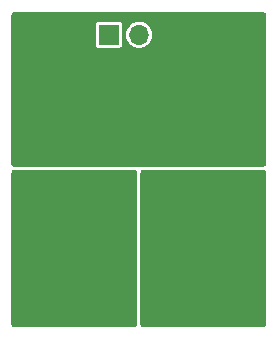
<source format=gbr>
%TF.GenerationSoftware,KiCad,Pcbnew,6.0.2+dfsg-1*%
%TF.CreationDate,2023-01-15T14:48:08-05:00*%
%TF.ProjectId,MLX91221-test,4d4c5839-3132-4323-912d-746573742e6b,rev?*%
%TF.SameCoordinates,Original*%
%TF.FileFunction,Copper,L2,Bot*%
%TF.FilePolarity,Positive*%
%FSLAX46Y46*%
G04 Gerber Fmt 4.6, Leading zero omitted, Abs format (unit mm)*
G04 Created by KiCad (PCBNEW 6.0.2+dfsg-1) date 2023-01-15 14:48:08*
%MOMM*%
%LPD*%
G01*
G04 APERTURE LIST*
%TA.AperFunction,ComponentPad*%
%ADD10C,2.100000*%
%TD*%
%TA.AperFunction,ComponentPad*%
%ADD11R,1.700000X1.700000*%
%TD*%
%TA.AperFunction,ComponentPad*%
%ADD12O,1.700000X1.700000*%
%TD*%
%TA.AperFunction,ViaPad*%
%ADD13C,0.800000*%
%TD*%
G04 APERTURE END LIST*
D10*
%TO.P,J2,1,1*%
%TO.N,IP+*%
X56413200Y-101988900D03*
X64033200Y-101988900D03*
X64033200Y-107068900D03*
X64033200Y-104528900D03*
X56413200Y-107068900D03*
X64033200Y-99448900D03*
X56413200Y-99448900D03*
X56413200Y-104528900D03*
%TD*%
%TO.P,J3,1,1*%
%TO.N,IP-*%
X67843200Y-99448900D03*
X75463200Y-107068900D03*
X67843200Y-107068900D03*
X67843200Y-104528900D03*
X75463200Y-104528900D03*
X75463200Y-99448900D03*
X75463200Y-101988900D03*
X67843200Y-101988900D03*
%TD*%
D11*
%TO.P,J1,1,Pin_1*%
%TO.N,/3.3V*%
X63515000Y-83820000D03*
D12*
%TO.P,J1,2,Pin_2*%
%TO.N,/VOUT*%
X66055000Y-83820000D03*
%TO.P,J1,3,Pin_3*%
%TO.N,GND*%
X68595000Y-83820000D03*
%TD*%
D13*
%TO.N,GND*%
X73660000Y-93980000D03*
X69850000Y-93980000D03*
X59690000Y-93980000D03*
X58420000Y-93980000D03*
X62230000Y-93980000D03*
X71120000Y-93980000D03*
X72390000Y-93980000D03*
X60960000Y-93980000D03*
%TO.N,IP+*%
X60960000Y-97155000D03*
X58420000Y-95885000D03*
X58420000Y-97155000D03*
X59690000Y-95885000D03*
X62230000Y-97155000D03*
X60960000Y-95885000D03*
X59690000Y-97155000D03*
X62230000Y-95885000D03*
%TO.N,IP-*%
X72390000Y-95885000D03*
X71120000Y-97155000D03*
X72390000Y-97155000D03*
X69850000Y-97155000D03*
X73660000Y-97155000D03*
X71120000Y-95885000D03*
X73660000Y-95885000D03*
X69850000Y-95885000D03*
%TD*%
%TA.AperFunction,Conductor*%
%TO.N,IP-*%
G36*
X76593171Y-95252421D02*
G01*
X76653622Y-95264446D01*
X76699042Y-95283260D01*
X76739766Y-95310471D01*
X76774529Y-95345234D01*
X76801740Y-95385958D01*
X76820554Y-95431378D01*
X76832579Y-95491829D01*
X76835000Y-95516411D01*
X76835000Y-108318589D01*
X76832579Y-108343171D01*
X76820554Y-108403622D01*
X76801740Y-108449042D01*
X76774529Y-108489766D01*
X76739766Y-108524529D01*
X76699042Y-108551740D01*
X76653622Y-108570554D01*
X76593171Y-108582579D01*
X76568589Y-108585000D01*
X66433411Y-108585000D01*
X66408829Y-108582579D01*
X66348378Y-108570554D01*
X66302958Y-108551740D01*
X66262234Y-108524529D01*
X66227471Y-108489766D01*
X66200260Y-108449042D01*
X66181446Y-108403622D01*
X66169421Y-108343171D01*
X66167000Y-108318589D01*
X66167000Y-95516411D01*
X66169421Y-95491829D01*
X66181446Y-95431378D01*
X66200260Y-95385958D01*
X66227471Y-95345234D01*
X66262234Y-95310471D01*
X66302958Y-95283260D01*
X66348378Y-95264446D01*
X66408829Y-95252421D01*
X66433411Y-95250000D01*
X76568589Y-95250000D01*
X76593171Y-95252421D01*
G37*
%TD.AperFunction*%
%TD*%
%TA.AperFunction,Conductor*%
%TO.N,GND*%
G36*
X76593171Y-81917421D02*
G01*
X76653622Y-81929446D01*
X76699042Y-81948260D01*
X76739766Y-81975471D01*
X76774529Y-82010234D01*
X76801740Y-82050958D01*
X76820554Y-82096378D01*
X76832579Y-82156829D01*
X76835000Y-82181411D01*
X76835000Y-94729589D01*
X76832579Y-94754171D01*
X76820554Y-94814622D01*
X76801740Y-94860042D01*
X76774529Y-94900766D01*
X76739766Y-94935529D01*
X76699042Y-94962740D01*
X76653622Y-94981554D01*
X76593171Y-94993579D01*
X76568589Y-94996000D01*
X55511411Y-94996000D01*
X55486829Y-94993579D01*
X55426378Y-94981554D01*
X55380958Y-94962740D01*
X55340234Y-94935529D01*
X55305471Y-94900766D01*
X55278260Y-94860042D01*
X55259446Y-94814622D01*
X55247421Y-94754171D01*
X55245000Y-94729589D01*
X55245000Y-82944933D01*
X62410500Y-82944933D01*
X62410501Y-84695066D01*
X62425266Y-84769301D01*
X62432161Y-84779620D01*
X62432162Y-84779622D01*
X62472516Y-84840015D01*
X62481516Y-84853484D01*
X62565699Y-84909734D01*
X62639933Y-84924500D01*
X63514858Y-84924500D01*
X64390066Y-84924499D01*
X64425818Y-84917388D01*
X64452126Y-84912156D01*
X64452128Y-84912155D01*
X64464301Y-84909734D01*
X64474621Y-84902839D01*
X64474622Y-84902838D01*
X64538168Y-84860377D01*
X64548484Y-84853484D01*
X64604734Y-84769301D01*
X64619500Y-84695067D01*
X64619499Y-83790964D01*
X64946148Y-83790964D01*
X64959424Y-83993522D01*
X64960845Y-83999118D01*
X64960846Y-83999123D01*
X64981119Y-84078945D01*
X65009392Y-84190269D01*
X65011809Y-84195512D01*
X65049010Y-84276208D01*
X65094377Y-84374616D01*
X65211533Y-84540389D01*
X65356938Y-84682035D01*
X65525720Y-84794812D01*
X65531023Y-84797090D01*
X65531026Y-84797092D01*
X65662283Y-84853484D01*
X65712228Y-84874942D01*
X65785244Y-84891464D01*
X65904579Y-84918467D01*
X65904584Y-84918468D01*
X65910216Y-84919742D01*
X65915987Y-84919969D01*
X65915989Y-84919969D01*
X65975756Y-84922317D01*
X66113053Y-84927712D01*
X66220348Y-84912155D01*
X66308231Y-84899413D01*
X66308236Y-84899412D01*
X66313945Y-84898584D01*
X66319409Y-84896729D01*
X66319414Y-84896728D01*
X66500693Y-84835192D01*
X66500698Y-84835190D01*
X66506165Y-84833334D01*
X66683276Y-84734147D01*
X66722969Y-84701135D01*
X66834913Y-84608031D01*
X66839345Y-84604345D01*
X66969147Y-84448276D01*
X67068334Y-84271165D01*
X67070190Y-84265698D01*
X67070192Y-84265693D01*
X67131728Y-84084414D01*
X67131729Y-84084409D01*
X67133584Y-84078945D01*
X67134412Y-84073236D01*
X67134413Y-84073231D01*
X67162179Y-83881727D01*
X67162712Y-83878053D01*
X67164232Y-83820000D01*
X67145658Y-83617859D01*
X67144090Y-83612299D01*
X67092125Y-83428046D01*
X67092124Y-83428044D01*
X67090557Y-83422487D01*
X67079978Y-83401033D01*
X67003331Y-83245609D01*
X67000776Y-83240428D01*
X66879320Y-83077779D01*
X66730258Y-82939987D01*
X66725375Y-82936906D01*
X66725371Y-82936903D01*
X66563464Y-82834748D01*
X66558581Y-82831667D01*
X66370039Y-82756446D01*
X66364379Y-82755320D01*
X66364375Y-82755319D01*
X66176613Y-82717971D01*
X66176610Y-82717971D01*
X66170946Y-82716844D01*
X66165171Y-82716768D01*
X66165167Y-82716768D01*
X66063793Y-82715441D01*
X65967971Y-82714187D01*
X65962274Y-82715166D01*
X65962273Y-82715166D01*
X65874397Y-82730266D01*
X65767910Y-82748564D01*
X65577463Y-82818824D01*
X65403010Y-82922612D01*
X65398670Y-82926418D01*
X65398666Y-82926421D01*
X65254733Y-83052648D01*
X65250392Y-83056455D01*
X65124720Y-83215869D01*
X65122031Y-83220980D01*
X65122029Y-83220983D01*
X65109073Y-83245609D01*
X65030203Y-83395515D01*
X64970007Y-83589378D01*
X64946148Y-83790964D01*
X64619499Y-83790964D01*
X64619499Y-82944934D01*
X64604734Y-82870699D01*
X64578654Y-82831667D01*
X64555377Y-82796832D01*
X64548484Y-82786516D01*
X64464301Y-82730266D01*
X64390067Y-82715500D01*
X63515142Y-82715500D01*
X62639934Y-82715501D01*
X62604182Y-82722612D01*
X62577874Y-82727844D01*
X62577872Y-82727845D01*
X62565699Y-82730266D01*
X62555379Y-82737161D01*
X62555378Y-82737162D01*
X62494985Y-82777516D01*
X62481516Y-82786516D01*
X62425266Y-82870699D01*
X62410500Y-82944933D01*
X55245000Y-82944933D01*
X55245000Y-82181411D01*
X55247421Y-82156829D01*
X55259446Y-82096378D01*
X55278260Y-82050958D01*
X55305471Y-82010234D01*
X55340234Y-81975471D01*
X55380958Y-81948260D01*
X55426378Y-81929446D01*
X55486829Y-81917421D01*
X55511411Y-81915000D01*
X76568589Y-81915000D01*
X76593171Y-81917421D01*
G37*
%TD.AperFunction*%
%TD*%
%TA.AperFunction,Conductor*%
%TO.N,IP+*%
G36*
X65671171Y-95252421D02*
G01*
X65731622Y-95264446D01*
X65777042Y-95283260D01*
X65817766Y-95310471D01*
X65852529Y-95345234D01*
X65879740Y-95385958D01*
X65898554Y-95431378D01*
X65910579Y-95491829D01*
X65913000Y-95516411D01*
X65913000Y-108318589D01*
X65910579Y-108343171D01*
X65898554Y-108403622D01*
X65879740Y-108449042D01*
X65852529Y-108489766D01*
X65817766Y-108524529D01*
X65777042Y-108551740D01*
X65731622Y-108570554D01*
X65671171Y-108582579D01*
X65646589Y-108585000D01*
X55511411Y-108585000D01*
X55486829Y-108582579D01*
X55426378Y-108570554D01*
X55380958Y-108551740D01*
X55340234Y-108524529D01*
X55305471Y-108489766D01*
X55278260Y-108449042D01*
X55259446Y-108403622D01*
X55247421Y-108343171D01*
X55245000Y-108318589D01*
X55245000Y-95516411D01*
X55247421Y-95491829D01*
X55259446Y-95431378D01*
X55278260Y-95385958D01*
X55305471Y-95345234D01*
X55340234Y-95310471D01*
X55380958Y-95283260D01*
X55426378Y-95264446D01*
X55486829Y-95252421D01*
X55511411Y-95250000D01*
X65646589Y-95250000D01*
X65671171Y-95252421D01*
G37*
%TD.AperFunction*%
%TD*%
M02*

</source>
